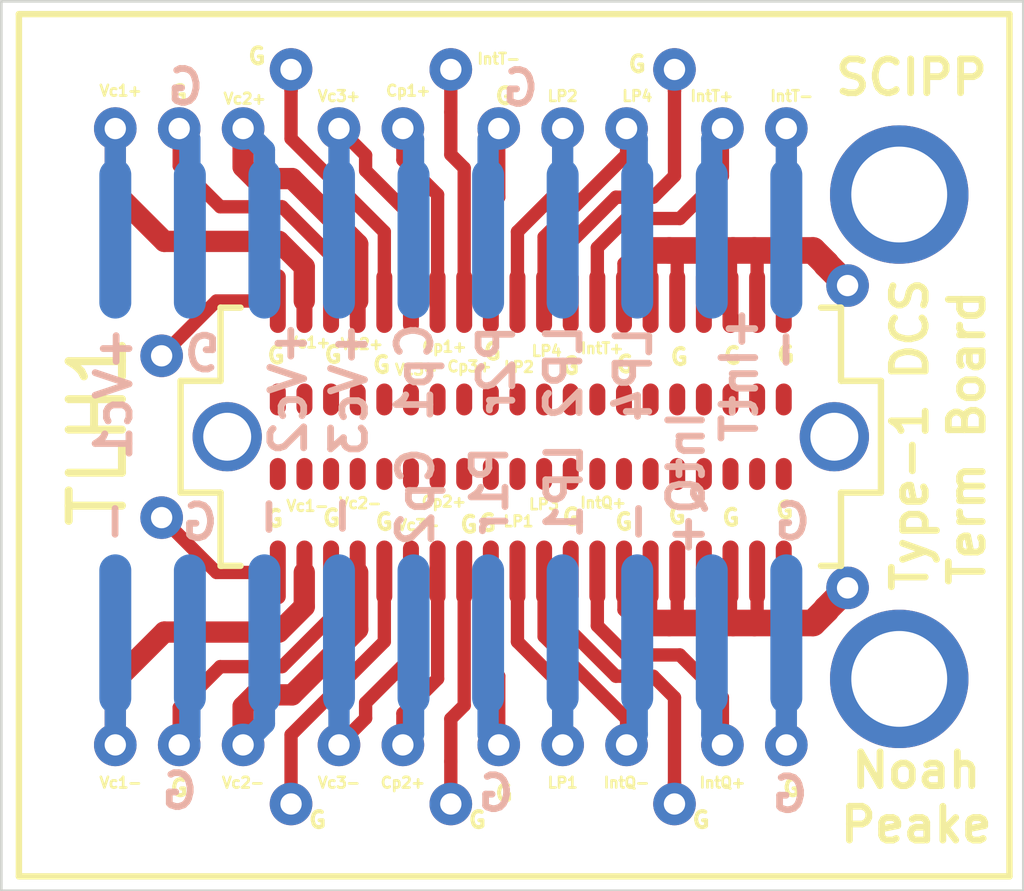
<source format=kicad_pcb>
(kicad_pcb (version 20171130) (host pcbnew "(5.1.2)-2")
  (layers (0 F.Cu signal) (1 In1.Cu signal) (2 In2.Cu signal) (31 B.Cu signal) (34 B.Paste user) (35 F.Paste user) (36 B.SilkS user) (37 F.SilkS user) (38 B.Mask user) (39 F.Mask user) (44 Edge.Cuts user))
  (net 0 "")
  (net 1 Gnd)
  (net 2 Vcan1+)
  (net 3 Vcan1-)
  (net 4 Vcan2+)
  (net 5 Vcan2-)
  (net 6 Vcan3+)
  (net 7 Vcan3-)
  (net 8 Can_pwr1)
  (net 9 Can_pwr2)
  (net 10 Can_pwr3)
  (net 11 LP_mode2)
  (net 12 LP_mode1)
  (net 13 LP_mode4)
  (net 14 LP_mode3)
  (net 15 Interlock_T+)
  (net 16 Interlock_Q+)
  (module SCIPP_Connectors:PEEK_screw (layer F.Cu) (at 39.49 31.53 90)
    (fp_text reference J23)
    (fp_text value PEEK_screw)
    (pad 44 thru_hole circle (at 0 0 90) (size 2.6 2.6) (drill 1.8) (layers *.Cu *.Mask) (net 1 Gnd))
  )
  (module SCIPP_Connectors:PEEK_screw (layer F.Cu) (at 39.49 22.43 90)
    (fp_text reference J22)
    (fp_text value PEEK_screw)
    (pad 43 thru_hole circle (at 0 0 90) (size 2.6 2.6) (drill 1.8) (layers *.Cu *.Mask) (net 1 Gnd))
  )
  (module SCIPP_Connectors:Pad_Array_2 (layer B.Cu) (at 30.17 23.26)
    (fp_text reference P2)
    (fp_text value Pad_Array_2)
    (pad 3 smd oval (at -5.4 0 270) (size 3 0.6) (layers B.Cu B.Paste B.Mask) (net 2 Vcan1+))
    (pad 5 smd oval (at -4 0 270) (size 3 0.6) (layers B.Cu B.Paste B.Mask) (net 1 Gnd))
    (pad 7 smd oval (at -2.6 0 270) (size 3 0.6) (layers B.Cu B.Paste B.Mask) (net 4 Vcan2+))
    (pad 11 smd oval (at -1.2 0 270) (size 3 0.6) (layers B.Cu B.Paste B.Mask) (net 6 Vcan3+))
    (pad 15 smd oval (at 0.2 0 270) (size 3 0.6) (layers B.Cu B.Paste B.Mask) (net 8 Can_pwr1))
    (pad 17 smd oval (at 1.6 0 270) (size 3 0.6) (layers B.Cu B.Paste B.Mask) (net 1 Gnd))
    (pad 19 smd oval (at 3 0 270) (size 3 0.6) (layers B.Cu B.Paste B.Mask) (net 11 LP_mode2))
    (pad 21 smd oval (at 4.4 0 270) (size 3 0.6) (layers B.Cu B.Paste B.Mask) (net 13 LP_mode4))
    (pad 25 smd oval (at 5.8 0 270) (size 3 0.6) (layers B.Cu B.Paste B.Mask) (net 15 Interlock_T+))
    (pad 29 smd oval (at 7.2 0 270) (size 3 0.6) (layers B.Cu B.Paste B.Mask) (net 10 Can_pwr3))
  )
  (module SCIPP_Connectors:Pad_Array_2 (layer B.Cu) (at 30.17 30.69)
    (fp_text reference P1)
    (fp_text value Pad_Array_2)
    (pad 30 smd oval (at 7.2 0 270) (size 3 0.6) (layers B.Cu B.Paste B.Mask) (net 1 Gnd))
    (pad 26 smd oval (at 5.8 0 270) (size 3 0.6) (layers B.Cu B.Paste B.Mask) (net 16 Interlock_Q+))
    (pad 22 smd oval (at 4.4 0 270) (size 3 0.6) (layers B.Cu B.Paste B.Mask) (net 14 LP_mode3))
    (pad 20 smd oval (at 3 0 270) (size 3 0.6) (layers B.Cu B.Paste B.Mask) (net 12 LP_mode1))
    (pad 18 smd oval (at 1.6 0 270) (size 3 0.6) (layers B.Cu B.Paste B.Mask) (net 1 Gnd))
    (pad 16 smd oval (at 0.2 0 270) (size 3 0.6) (layers B.Cu B.Paste B.Mask) (net 9 Can_pwr2))
    (pad 12 smd oval (at -1.2 0 270) (size 3 0.6) (layers B.Cu B.Paste B.Mask) (net 7 Vcan3-))
    (pad 8 smd oval (at -2.6 0 270) (size 3 0.6) (layers B.Cu B.Paste B.Mask) (net 5 Vcan2-))
    (pad 6 smd oval (at -4 0 270) (size 3 0.6) (layers B.Cu B.Paste B.Mask) (net 1 Gnd))
    (pad 4 smd oval (at -5.4 0 270) (size 3 0.6) (layers B.Cu B.Paste B.Mask) (net 3 Vcan1-))
  )
  (module "SCIPP_Connectors:TLH 20 Pin" (layer F.Cu) (at 32.57 26.98)
    (fp_text reference TLH1 (at -8.13 -0.11 90) (layer F.SilkS))
    (fp_text value Conn_02x20_Odd_Even)
    (fp_line (start -5.7985 2.424999) (end -5.8235 2.424999) (layer F.SilkS) (width 0.12))
    (fp_line (start -5.8235 -2.425001) (end -5.4485 -2.425001) (layer F.SilkS) (width 0.12))
    (fp_line (start -5.8235 -1.050001) (end -5.8235 -2.425001) (layer F.SilkS) (width 0.12))
    (fp_line (start -6.5735 -1.050001) (end -5.8235 -1.050001) (layer F.SilkS) (width 0.12))
    (fp_line (start -5.4485 2.424999) (end -5.7985 2.424999) (layer F.SilkS) (width 0.12))
    (fp_line (start -5.8235 2.424999) (end -5.8235 1.049999) (layer F.SilkS) (width 0.12))
    (fp_line (start -6.5735 1.049999) (end -6.5735 -1.050001) (layer F.SilkS) (width 0.12))
    (fp_line (start -5.8235 1.049999) (end -6.5735 1.049999) (layer F.SilkS) (width 0.12))
    (fp_line (start 5.8265 -2.425001) (end 5.8265 -1.050001) (layer F.SilkS) (width 0.12))
    (fp_line (start 5.8015 -2.425001) (end 5.8265 -2.425001) (layer F.SilkS) (width 0.12))
    (fp_line (start 5.4515 -2.425001) (end 5.8015 -2.425001) (layer F.SilkS) (width 0.12))
    (fp_line (start 6.5765 1.049999) (end 5.8265 1.049999) (layer F.SilkS) (width 0.12))
    (fp_line (start 5.8265 -1.050001) (end 6.5765 -1.050001) (layer F.SilkS) (width 0.12))
    (fp_line (start 6.5765 -1.050001) (end 6.5765 1.049999) (layer F.SilkS) (width 0.12))
    (fp_line (start 5.8265 1.049999) (end 5.8265 2.424999) (layer F.SilkS) (width 0.12))
    (fp_line (start 5.8265 2.424999) (end 5.4515 2.424999) (layer F.SilkS) (width 0.12))
    (pad 1 smd oval (at -4.7485 -0.700001) (size 0.3 0.6) (layers F.Cu F.Paste F.Mask) (net 1 Gnd))
    (pad 41 thru_hole circle (at -5.6985 -0.000001) (size 1.3 1.3) (drill 0.9) (layers *.Cu *.Mask))
    (pad 1 smd oval (at -4.7485 -2.550001) (size 0.3 1.2) (layers F.Cu F.Paste F.Mask) (net 1 Gnd))
    (pad 42 thru_hole circle (at 5.7015 -0.000001) (size 1.3 1.3) (drill 0.9) (layers *.Cu *.Mask))
    (pad 2 smd oval (at -4.7485 2.549999) (size 0.3 1.2) (layers F.Cu F.Paste F.Mask) (net 1 Gnd))
    (pad 3 smd oval (at -4.2485 -2.550001) (size 0.3 1.2) (layers F.Cu F.Paste F.Mask) (net 2 Vcan1+))
    (pad 4 smd oval (at -4.2485 2.549999) (size 0.3 1.2) (layers F.Cu F.Paste F.Mask) (net 3 Vcan1-))
    (pad 5 smd oval (at -3.7485 -2.550001) (size 0.3 1.2) (layers F.Cu F.Paste F.Mask) (net 1 Gnd))
    (pad 6 smd oval (at -3.7485 2.549999) (size 0.3 1.2) (layers F.Cu F.Paste F.Mask) (net 1 Gnd))
    (pad 7 smd oval (at -3.2485 -2.550001) (size 0.3 1.2) (layers F.Cu F.Paste F.Mask) (net 4 Vcan2+))
    (pad 8 smd oval (at -3.2485 2.549999) (size 0.3 1.2) (layers F.Cu F.Paste F.Mask) (net 5 Vcan2-))
    (pad 9 smd oval (at -2.7485 -2.550001) (size 0.3 1.2) (layers F.Cu F.Paste F.Mask) (net 1 Gnd))
    (pad 10 smd oval (at -2.7485 2.549999) (size 0.3 1.2) (layers F.Cu F.Paste F.Mask) (net 1 Gnd))
    (pad 11 smd oval (at -2.2485 -2.550001) (size 0.3 1.2) (layers F.Cu F.Paste F.Mask) (net 6 Vcan3+))
    (pad 12 smd oval (at -2.2485 2.549999) (size 0.3 1.2) (layers F.Cu F.Paste F.Mask) (net 7 Vcan3-))
    (pad 13 smd oval (at -1.7485 -2.550001) (size 0.3 1.2) (layers F.Cu F.Paste F.Mask) (net 8 Can_pwr1))
    (pad 14 smd oval (at -1.7485 2.549999) (size 0.3 1.2) (layers F.Cu F.Paste F.Mask) (net 9 Can_pwr2))
    (pad 15 smd oval (at -1.2485 -2.550001) (size 0.3 1.2) (layers F.Cu F.Paste F.Mask) (net 10 Can_pwr3))
    (pad 16 smd oval (at -1.2485 2.549999) (size 0.3 1.2) (layers F.Cu F.Paste F.Mask) (net 1 Gnd))
    (pad 17 smd oval (at -0.7485 -2.550001) (size 0.3 1.2) (layers F.Cu F.Paste F.Mask) (net 1 Gnd))
    (pad 18 smd oval (at -0.7485 2.549999) (size 0.3 1.2) (layers F.Cu F.Paste F.Mask) (net 1 Gnd))
    (pad 19 smd oval (at -0.2485 -2.550001) (size 0.3 1.2) (layers F.Cu F.Paste F.Mask) (net 11 LP_mode2))
    (pad 20 smd oval (at -0.2485 2.549999) (size 0.3 1.2) (layers F.Cu F.Paste F.Mask) (net 12 LP_mode1))
    (pad 21 smd oval (at 0.2515 -2.550001) (size 0.3 1.2) (layers F.Cu F.Paste F.Mask) (net 13 LP_mode4))
    (pad 22 smd oval (at 0.2515 2.549999) (size 0.3 1.2) (layers F.Cu F.Paste F.Mask) (net 14 LP_mode3))
    (pad 23 smd oval (at 0.7515 -2.550001) (size 0.3 1.2) (layers F.Cu F.Paste F.Mask) (net 1 Gnd))
    (pad 24 smd oval (at 0.7515 2.549999) (size 0.3 1.2) (layers F.Cu F.Paste F.Mask) (net 1 Gnd))
    (pad 25 smd oval (at 1.2515 -2.550001) (size 0.3 1.2) (layers F.Cu F.Paste F.Mask) (net 15 Interlock_T+))
    (pad 26 smd oval (at 1.2515 2.549999) (size 0.3 1.2) (layers F.Cu F.Paste F.Mask) (net 16 Interlock_Q+))
    (pad 27 smd oval (at 1.7515 -2.550001) (size 0.3 1.2) (layers F.Cu F.Paste F.Mask) (net 1 Gnd))
    (pad 28 smd oval (at 1.7515 2.549999) (size 0.3 1.2) (layers F.Cu F.Paste F.Mask) (net 1 Gnd))
    (pad 29 smd oval (at 2.2515 -2.550001) (size 0.3 1.2) (layers F.Cu F.Paste F.Mask) (net 1 Gnd))
    (pad 30 smd oval (at 2.2515 2.549999) (size 0.3 1.2) (layers F.Cu F.Paste F.Mask) (net 1 Gnd))
    (pad 31 smd oval (at 2.7515 -2.550001) (size 0.3 1.2) (layers F.Cu F.Paste F.Mask) (net 1 Gnd))
    (pad 32 smd oval (at 2.7515 2.549999) (size 0.3 1.2) (layers F.Cu F.Paste F.Mask) (net 1 Gnd))
    (pad 33 smd oval (at 3.2515 -2.550001) (size 0.3 1.2) (layers F.Cu F.Paste F.Mask) (net 1 Gnd))
    (pad 34 smd oval (at 3.2515 2.549999) (size 0.3 1.2) (layers F.Cu F.Paste F.Mask) (net 1 Gnd))
    (pad 35 smd oval (at 3.7515 -2.550001) (size 0.3 1.2) (layers F.Cu F.Paste F.Mask) (net 1 Gnd))
    (pad 36 smd oval (at 3.7515 2.549999) (size 0.3 1.2) (layers F.Cu F.Paste F.Mask) (net 1 Gnd))
    (pad 37 smd oval (at 4.2515 -2.550001) (size 0.3 1.2) (layers F.Cu F.Paste F.Mask) (net 1 Gnd))
    (pad 38 smd oval (at 4.2515 2.549999) (size 0.3 1.2) (layers F.Cu F.Paste F.Mask) (net 1 Gnd))
    (pad 39 smd oval (at 4.7515 -2.550001) (size 0.3 1.2) (layers F.Cu F.Paste F.Mask) (net 1 Gnd))
    (pad 40 smd oval (at 4.7515 2.549999) (size 0.3 1.2) (layers F.Cu F.Paste F.Mask) (net 1 Gnd))
    (pad 2 smd oval (at -4.7485 0.699999) (size 0.3 0.6) (layers F.Cu F.Paste F.Mask) (net 1 Gnd))
    (pad 3 smd oval (at -4.2485 -0.700001) (size 0.3 0.6) (layers F.Cu F.Paste F.Mask) (net 2 Vcan1+))
    (pad 4 smd oval (at -4.2485 0.699999) (size 0.3 0.6) (layers F.Cu F.Paste F.Mask) (net 3 Vcan1-))
    (pad 5 smd oval (at -3.7485 -0.700001) (size 0.3 0.6) (layers F.Cu F.Paste F.Mask) (net 1 Gnd))
    (pad 6 smd oval (at -3.7485 0.699999) (size 0.3 0.6) (layers F.Cu F.Paste F.Mask) (net 1 Gnd))
    (pad 7 smd oval (at -3.2485 -0.700001) (size 0.3 0.6) (layers F.Cu F.Paste F.Mask) (net 4 Vcan2+))
    (pad 8 smd oval (at -3.2485 0.699999) (size 0.3 0.6) (layers F.Cu F.Paste F.Mask) (net 5 Vcan2-))
    (pad 9 smd oval (at -2.7485 -0.700001) (size 0.3 0.6) (layers F.Cu F.Paste F.Mask) (net 1 Gnd))
    (pad 10 smd oval (at -2.7485 0.699999) (size 0.3 0.6) (layers F.Cu F.Paste F.Mask) (net 1 Gnd))
    (pad 11 smd oval (at -2.2485 -0.700001) (size 0.3 0.6) (layers F.Cu F.Paste F.Mask) (net 6 Vcan3+))
    (pad 12 smd oval (at -2.2485 0.699999) (size 0.3 0.6) (layers F.Cu F.Paste F.Mask) (net 7 Vcan3-))
    (pad 13 smd oval (at -1.7485 -0.700001) (size 0.3 0.6) (layers F.Cu F.Paste F.Mask) (net 8 Can_pwr1))
    (pad 14 smd oval (at -1.7485 0.699999) (size 0.3 0.6) (layers F.Cu F.Paste F.Mask) (net 9 Can_pwr2))
    (pad 15 smd oval (at -1.2485 -0.700001) (size 0.3 0.6) (layers F.Cu F.Paste F.Mask) (net 10 Can_pwr3))
    (pad 16 smd oval (at -1.2485 0.699999) (size 0.3 0.6) (layers F.Cu F.Paste F.Mask) (net 1 Gnd))
    (pad 17 smd oval (at -0.7485 -0.700001) (size 0.3 0.6) (layers F.Cu F.Paste F.Mask) (net 1 Gnd))
    (pad 18 smd oval (at -0.7485 0.699999) (size 0.3 0.6) (layers F.Cu F.Paste F.Mask) (net 1 Gnd))
    (pad 19 smd oval (at -0.2485 -0.700001) (size 0.3 0.6) (layers F.Cu F.Paste F.Mask) (net 11 LP_mode2))
    (pad 20 smd oval (at -0.2485 0.699999) (size 0.3 0.6) (layers F.Cu F.Paste F.Mask) (net 12 LP_mode1))
    (pad 21 smd oval (at 0.2515 -0.700001) (size 0.3 0.6) (layers F.Cu F.Paste F.Mask) (net 13 LP_mode4))
    (pad 22 smd oval (at 0.2515 0.699999) (size 0.3 0.6) (layers F.Cu F.Paste F.Mask) (net 14 LP_mode3))
    (pad 23 smd oval (at 0.7515 -0.700001) (size 0.3 0.6) (layers F.Cu F.Paste F.Mask) (net 1 Gnd))
    (pad 24 smd oval (at 0.7515 0.699999) (size 0.3 0.6) (layers F.Cu F.Paste F.Mask) (net 1 Gnd))
    (pad 25 smd oval (at 1.2515 -0.700001) (size 0.3 0.6) (layers F.Cu F.Paste F.Mask) (net 15 Interlock_T+))
    (pad 26 smd oval (at 1.2515 0.699999) (size 0.3 0.6) (layers F.Cu F.Paste F.Mask) (net 16 Interlock_Q+))
    (pad 27 smd oval (at 1.7515 -0.700001) (size 0.3 0.6) (layers F.Cu F.Paste F.Mask) (net 1 Gnd))
    (pad 28 smd oval (at 1.7515 0.699999) (size 0.3 0.6) (layers F.Cu F.Paste F.Mask) (net 1 Gnd))
    (pad 29 smd oval (at 2.2515 -0.700001) (size 0.3 0.6) (layers F.Cu F.Paste F.Mask) (net 1 Gnd))
    (pad 30 smd oval (at 2.2515 0.699999) (size 0.3 0.6) (layers F.Cu F.Paste F.Mask) (net 1 Gnd))
    (pad 31 smd oval (at 2.7515 -0.700001) (size 0.3 0.6) (layers F.Cu F.Paste F.Mask) (net 1 Gnd))
    (pad 32 smd oval (at 2.7515 0.699999) (size 0.3 0.6) (layers F.Cu F.Paste F.Mask) (net 1 Gnd))
    (pad 33 smd oval (at 3.2515 -0.700001) (size 0.3 0.6) (layers F.Cu F.Paste F.Mask) (net 1 Gnd))
    (pad 34 smd oval (at 3.2515 0.699999) (size 0.3 0.6) (layers F.Cu F.Paste F.Mask) (net 1 Gnd))
    (pad 35 smd oval (at 3.7515 -0.700001) (size 0.3 0.6) (layers F.Cu F.Paste F.Mask) (net 1 Gnd))
    (pad 36 smd oval (at 3.7515 0.699999) (size 0.3 0.6) (layers F.Cu F.Paste F.Mask) (net 1 Gnd))
    (pad 37 smd oval (at 4.2515 -0.700001) (size 0.3 0.6) (layers F.Cu F.Paste F.Mask) (net 1 Gnd))
    (pad 38 smd oval (at 4.2515 0.699999) (size 0.3 0.6) (layers F.Cu F.Paste F.Mask) (net 1 Gnd))
    (pad 39 smd oval (at 4.7515 -0.700001) (size 0.3 0.6) (layers F.Cu F.Paste F.Mask) (net 1 Gnd))
    (pad 40 smd oval (at 4.7515 0.699999) (size 0.3 0.6) (layers F.Cu F.Paste F.Mask) (net 1 Gnd))
  )
  (gr_line (start 41.82 35.51) (end 41.82 18.8) (layer Edge.Cuts) (width 0.05))
  (gr_line (start 22.63 35.51) (end 41.82 35.51) (layer Edge.Cuts) (width 0.05))
  (gr_line (start 41.82 18.8) (end 22.63 18.8) (layer Edge.Cuts) (width 0.05))
  (gr_line (start 22.63 35.51) (end 22.63 18.8) (layer Edge.Cuts) (width 0.05))
  (gr_text "Noah\nPeake" (at 39.81 33.76) (layer F.SilkS) (effects (font (size 0.635 0.635) (thickness 0.127))))
  (gr_text "Type-1 DCS" (at 39.69 26.94 90) (layer F.SilkS) (effects (font (size 0.635 0.635) (thickness 0.127))))
  (gr_text SCIPP (at 39.72 20.23) (layer F.SilkS) (effects (font (size 0.635 0.635) (thickness 0.127))))
  (gr_text "Term Board" (at 40.76 27 90) (layer F.SilkS) (effects (font (size 0.635 0.635) (thickness 0.127))))
  (gr_text G (at 37.49 28.58) (layer B.SilkS) (effects (font (size 0.635 0.635) (thickness 0.127)) (justify mirror)))
  (gr_text G (at 26.09 20.41) (layer B.SilkS) (effects (font (size 0.635 0.635) (thickness 0.127)) (justify mirror)))
  (gr_text G (at 32.38 20.43) (layer B.SilkS) (effects (font (size 0.635 0.635) (thickness 0.127)) (justify mirror)))
  (gr_text G (at 37.44 33.7) (layer B.SilkS) (effects (font (size 0.635 0.635) (thickness 0.127)) (justify mirror)))
  (gr_text G (at 31.92 33.68) (layer B.SilkS) (effects (font (size 0.635 0.635) (thickness 0.127)) (justify mirror)))
  (gr_text G (at 25.98 33.64) (layer B.SilkS) (effects (font (size 0.635 0.635) (thickness 0.127)) (justify mirror)))
  (gr_text LP4 (at 34.5 25.81 90) (layer B.SilkS) (effects (font (size 0.635 0.635) (thickness 0.127)) (justify mirror)))
  (gr_text +Vc3 (at 29.16 26.09 90) (layer B.SilkS) (effects (font (size 0.635 0.635) (thickness 0.127)) (justify mirror)))
  (gr_text - (at 24.72 28.57 90) (layer B.SilkS) (effects (font (size 0.635 0.635) (thickness 0.127)) (justify mirror)))
  (gr_text LP2 (at 33.19 25.77 90) (layer B.SilkS) (effects (font (size 0.635 0.635) (thickness 0.127)) (justify mirror)))
  (gr_text P2r (at 31.93 25.72 90) (layer B.SilkS) (effects (font (size 0.635 0.635) (thickness 0.127)) (justify mirror)))
  (gr_text +Vc1 (at 24.74 26.17 90) (layer B.SilkS) (effects (font (size 0.635 0.635) (thickness 0.127)) (justify mirror)))
  (gr_text G (at 26.4 25.36 180) (layer B.SilkS) (effects (font (size 0.635 0.635) (thickness 0.127)) (justify mirror)))
  (gr_text IntQ+ (at 35.49 27.86 90) (layer B.SilkS) (effects (font (size 0.635 0.635) (thickness 0.127)) (justify mirror)))
  (gr_text +IntT (at 36.49 25.81 90) (layer B.SilkS) (effects (font (size 0.635 0.635) (thickness 0.127)) (justify mirror)))
  (gr_text - (at 27.61 28.48 90) (layer B.SilkS) (effects (font (size 0.635 0.635) (thickness 0.127)) (justify mirror)))
  (gr_text G (at 26.36 28.59) (layer B.SilkS) (effects (font (size 0.635 0.635) (thickness 0.127)) (justify mirror)))
  (gr_text Cp2 (at 30.41 28.11 90) (layer B.SilkS) (effects (font (size 0.635 0.635) (thickness 0.127)) (justify mirror)))
  (gr_text +Vc2 (at 28.02 26.07 90) (layer B.SilkS) (effects (font (size 0.635 0.635) (thickness 0.127)) (justify mirror)))
  (gr_text LP1 (at 33.2 28 90) (layer B.SilkS) (effects (font (size 0.635 0.635) (thickness 0.127)) (justify mirror)))
  (gr_text - (at 37.32 25.34 90) (layer B.SilkS) (effects (font (size 0.635 0.635) (thickness 0.127)) (justify mirror)))
  (gr_text Cp1 (at 30.39 25.77 90) (layer B.SilkS) (effects (font (size 0.635 0.635) (thickness 0.127)) (justify mirror)))
  (gr_text P1r (at 31.8 27.99 90) (layer B.SilkS) (effects (font (size 0.635 0.635) (thickness 0.127)) (justify mirror)))
  (gr_text - (at 28.99 28.46 90) (layer B.SilkS) (effects (font (size 0.635 0.635) (thickness 0.127)) (justify mirror)))
  (gr_text - (at 34.55 28.57 90) (layer B.SilkS) (effects (font (size 0.635 0.635) (thickness 0.127)) (justify mirror)))
  (gr_line (start 22.96 19.04) (end 41.56 19.04) (layer F.SilkS) (width 0.12))
  (gr_line (start 22.96 35.24) (end 22.96 19.04) (layer F.SilkS) (width 0.12))
  (gr_line (start 41.56 19.04) (end 41.56 35.24) (layer F.SilkS) (width 0.12))
  (gr_line (start 22.96 35.24) (end 41.56 35.24) (layer F.SilkS) (width 0.12))
  (gr_text IntT- (at 31.97 19.88) (layer F.SilkS) (effects (font (size 0.2 0.2) (thickness 0.05))))
  (gr_text G (at 37.47 33.58) (layer F.SilkS) (effects (font (size 0.3 0.3) (thickness 0.075))))
  (gr_text IntQ- (at 34.37 33.48) (layer F.SilkS) (effects (font (size 0.2 0.2) (thickness 0.05))))
  (gr_text G (at 25.97 33.58) (layer F.SilkS) (effects (font (size 0.3 0.3) (thickness 0.075))))
  (gr_text Cp2+ (at 30.17 33.48) (layer F.SilkS) (effects (font (size 0.2 0.2) (thickness 0.05))))
  (gr_text Vc1- (at 24.87 33.48) (layer F.SilkS) (effects (font (size 0.2 0.2) (thickness 0.05))))
  (gr_text LP1 (at 33.17 33.48) (layer F.SilkS) (effects (font (size 0.2 0.2) (thickness 0.05))))
  (gr_text Vc2- (at 27.17 33.48) (layer F.SilkS) (effects (font (size 0.2 0.2) (thickness 0.05))))
  (gr_text IntQ+ (at 36.17 33.48) (layer F.SilkS) (effects (font (size 0.2 0.2) (thickness 0.05))))
  (gr_text G (at 31.57 34.18) (layer F.SilkS) (effects (font (size 0.3 0.3) (thickness 0.075))))
  (gr_text G (at 32.07 33.68) (layer F.SilkS) (effects (font (size 0.3 0.3) (thickness 0.075))))
  (gr_text G (at 28.57 34.18) (layer F.SilkS) (effects (font (size 0.3 0.3) (thickness 0.075))))
  (gr_text G (at 35.77 34.18) (layer F.SilkS) (effects (font (size 0.3 0.3) (thickness 0.075))))
  (gr_text Vc3- (at 28.97 33.48) (layer F.SilkS) (effects (font (size 0.2 0.2) (thickness 0.05))))
  (gr_text IntQ+ (at 33.93 28.22) (layer F.SilkS) (effects (font (size 0.2 0.2) (thickness 0.05))))
  (gr_text Vc3- (at 30.46 28.64) (layer F.SilkS) (effects (font (size 0.2 0.2) (thickness 0.05))))
  (gr_text LP3 (at 32.82 28.25) (layer F.SilkS) (effects (font (size 0.2 0.2) (thickness 0.05))))
  (gr_text G (at 34.32 28.58) (layer F.SilkS) (effects (font (size 0.3 0.3) (thickness 0.075))))
  (gr_text Vc1- (at 28.38 28.28) (layer F.SilkS) (effects (font (size 0.2 0.2) (thickness 0.05))))
  (gr_text G (at 27.76 28.52) (layer F.SilkS) (effects (font (size 0.3 0.3) (thickness 0.075))))
  (gr_text Vc2- (at 29.37 28.23) (layer F.SilkS) (effects (font (size 0.2 0.2) (thickness 0.05))))
  (gr_text G (at 28.83 28.51) (layer F.SilkS) (effects (font (size 0.3 0.3) (thickness 0.075))))
  (gr_text G (at 31.41 28.63) (layer F.SilkS) (effects (font (size 0.3 0.3) (thickness 0.075))))
  (gr_text LP1 (at 32.34 28.57) (layer F.SilkS) (effects (font (size 0.2 0.2) (thickness 0.05))))
  (gr_text G (at 37.34 28.36) (layer F.SilkS) (effects (font (size 0.3 0.3) (thickness 0.075))))
  (gr_text G (at 33.33 28.49) (layer F.SilkS) (effects (font (size 0.3 0.3) (thickness 0.075))))
  (gr_text G (at 35.32 28.46) (layer F.SilkS) (effects (font (size 0.3 0.3) (thickness 0.075))))
  (gr_text G (at 36.33 28.5) (layer F.SilkS) (effects (font (size 0.3 0.3) (thickness 0.075))))
  (gr_text G (at 31.76 28.6) (layer F.SilkS) (effects (font (size 0.3 0.3) (thickness 0.075))))
  (gr_text G (at 29.82 28.58) (layer F.SilkS) (effects (font (size 0.3 0.3) (thickness 0.075))))
  (gr_text Cp2+ (at 30.94 28.2) (layer F.SilkS) (effects (font (size 0.2 0.2) (thickness 0.05))))
  (gr_text G (at 28.86 25.44) (layer F.SilkS) (effects (font (size 0.3 0.3) (thickness 0.075))))
  (gr_text Cp1+ (at 30.27 20.48) (layer F.SilkS) (effects (font (size 0.2 0.2) (thickness 0.05))))
  (gr_text G (at 29.77 25.63) (layer F.SilkS) (effects (font (size 0.3 0.3) (thickness 0.075))))
  (gr_text G (at 37.36 25.44) (layer F.SilkS) (effects (font (size 0.3 0.3) (thickness 0.075))))
  (gr_text G (at 31.85 25.38) (layer F.SilkS) (effects (font (size 0.3 0.3) (thickness 0.075))))
  (gr_text LP2 (at 33.17 20.58) (layer F.SilkS) (effects (font (size 0.2 0.2) (thickness 0.05))))
  (gr_text IntT- (at 37.47 20.58) (layer F.SilkS) (effects (font (size 0.2 0.2) (thickness 0.05))))
  (gr_text Cp1+ (at 30.95 25.29) (layer F.SilkS) (effects (font (size 0.2 0.2) (thickness 0.05))))
  (gr_text G (at 27.79 25.45) (layer F.SilkS) (effects (font (size 0.3 0.3) (thickness 0.075))))
  (gr_text IntT+ (at 35.97 20.58) (layer F.SilkS) (effects (font (size 0.2 0.2) (thickness 0.05))))
  (gr_text G (at 34.34 25.62) (layer F.SilkS) (effects (font (size 0.3 0.3) (thickness 0.075))))
  (gr_text Vc1+ (at 24.87 20.48) (layer F.SilkS) (effects (font (size 0.2 0.2) (thickness 0.05))))
  (gr_text LP2 (at 32.35 25.67) (layer F.SilkS) (effects (font (size 0.2 0.2) (thickness 0.05))))
  (gr_text LP4 (at 32.87 25.37) (layer F.SilkS) (effects (font (size 0.2 0.2) (thickness 0.05))))
  (gr_text Vc2+ (at 29.4 25.24) (layer F.SilkS) (effects (font (size 0.2 0.2) (thickness 0.05))))
  (gr_text G (at 25.96 20.54) (layer F.SilkS) (effects (font (size 0.3 0.3) (thickness 0.075))))
  (gr_text G (at 27.43 19.83) (layer F.SilkS) (effects (font (size 0.3 0.3) (thickness 0.075))))
  (gr_text G (at 33.32 25.65) (layer F.SilkS) (effects (font (size 0.3 0.3) (thickness 0.075))))
  (gr_text G (at 36.36 25.46) (layer F.SilkS) (effects (font (size 0.3 0.3) (thickness 0.075))))
  (gr_text Cp3+ (at 31.42 25.66) (layer F.SilkS) (effects (font (size 0.2 0.2) (thickness 0.05))))
  (gr_text Vc1+ (at 28.41 25.21) (layer F.SilkS) (effects (font (size 0.2 0.2) (thickness 0.05))))
  (gr_text Vc3+ (at 28.97 20.58) (layer F.SilkS) (effects (font (size 0.2 0.2) (thickness 0.05))))
  (gr_text G (at 32.07 20.58) (layer F.SilkS) (effects (font (size 0.3 0.3) (thickness 0.075))))
  (gr_text IntT+ (at 33.91 25.32) (layer F.SilkS) (effects (font (size 0.2 0.2) (thickness 0.05))))
  (gr_text G (at 35.36 25.48) (layer F.SilkS) (effects (font (size 0.3 0.3) (thickness 0.075))))
  (gr_text LP4 (at 34.57 20.58) (layer F.SilkS) (effects (font (size 0.2 0.2) (thickness 0.05))))
  (gr_text Vc3+ (at 30.42 25.72) (layer F.SilkS) (effects (font (size 0.2 0.2) (thickness 0.05))))
  (gr_text G (at 34.57 19.98) (layer F.SilkS) (effects (font (size 0.3 0.3) (thickness 0.075))))
  (gr_text Vc2+ (at 27.2 20.63) (layer F.SilkS) (effects (font (size 0.2 0.2) (thickness 0.05))))
  (segment (start 31.77 21.39) (end 31.97 21.19) (width 0.4) (layer B.Cu) (net 1))
  (segment (start 26.17 21.39) (end 25.97 21.19) (width 0.4) (layer B.Cu) (net 1))
  (segment (start 31.77 23.26) (end 31.77 21.39) (width 0.4) (layer B.Cu) (net 1))
  (segment (start 26.17 23.26) (end 26.17 21.39) (width 0.4) (layer B.Cu) (net 1))
  (segment (start 28.8215 24.429999) (end 28.8215 23.579999) (width 0.25) (layer F.Cu) (net 1))
  (segment (start 31.97 22.48) (end 31.97 21.19) (width 0.25) (layer F.Cu) (net 1))
  (segment (start 28.8215 23.579999) (end 27.901501 22.66) (width 0.25) (layer F.Cu) (net 1))
  (segment (start 31.8215 22.6285) (end 31.97 22.48) (width 0.25) (layer F.Cu) (net 1))
  (segment (start 26.74 22.66) (end 25.97 21.89) (width 0.25) (layer F.Cu) (net 1))
  (segment (start 27.901501 22.66) (end 26.74 22.66) (width 0.25) (layer F.Cu) (net 1))
  (segment (start 31.8215 24.429999) (end 31.8215 22.6285) (width 0.25) (layer F.Cu) (net 1))
  (segment (start 25.97 21.89) (end 25.97 21.19) (width 0.25) (layer F.Cu) (net 1))
  (via (at 25.97 21.19) (size 0.8) (drill 0.4) (layers F.Cu B.Cu) (net 1))
  (via (at 31.97 21.19) (size 0.8) (drill 0.4) (layers F.Cu B.Cu) (net 1))
  (via (at 25.97 32.77) (size 0.8) (drill 0.4) (layers F.Cu B.Cu) (net 1))
  (via (at 31.97 32.77) (size 0.8) (drill 0.4) (layers F.Cu B.Cu) (net 1))
  (segment (start 31.97 31.48) (end 31.97 32.77) (width 0.25) (layer F.Cu) (net 1))
  (segment (start 28.8215 29.530001) (end 28.8215 30.380001) (width 0.25) (layer F.Cu) (net 1))
  (segment (start 31.8215 29.530001) (end 31.8215 31.3315) (width 0.25) (layer F.Cu) (net 1))
  (segment (start 31.8215 31.3315) (end 31.97 31.48) (width 0.25) (layer F.Cu) (net 1))
  (segment (start 28.8215 30.380001) (end 27.901501 31.3) (width 0.25) (layer F.Cu) (net 1))
  (segment (start 27.901501 31.3) (end 26.74 31.3) (width 0.25) (layer F.Cu) (net 1))
  (segment (start 26.74 31.3) (end 25.97 32.07) (width 0.25) (layer F.Cu) (net 1))
  (segment (start 25.97 32.07) (end 25.97 32.77) (width 0.25) (layer F.Cu) (net 1))
  (segment (start 26.17 32.57) (end 25.97 32.77) (width 0.4) (layer B.Cu) (net 1))
  (segment (start 26.17 30.69) (end 26.17 32.57) (width 0.4) (layer B.Cu) (net 1))
  (segment (start 31.77 32.57) (end 31.97 32.77) (width 0.4) (layer B.Cu) (net 1))
  (segment (start 31.77 30.69) (end 31.77 32.57) (width 0.4) (layer B.Cu) (net 1))
  (segment (start 35.221501 23.48) (end 35.17 23.48) (width 0.25) (layer F.Cu) (net 1))
  (segment (start 29.8215 23.1315) (end 28.07 21.38) (width 0.25) (layer F.Cu) (net 1))
  (segment (start 27.8185 24.430001) (end 26.669999 24.430001) (width 0.25) (layer F.Cu) (net 1))
  (segment (start 35.3215 23.579999) (end 35.221501 23.48) (width 0.25) (layer F.Cu) (net 1))
  (segment (start 36.8215 24.429999) (end 36.8215 23.5315) (width 0.25) (layer F.Cu) (net 1))
  (segment (start 35.17 23.48) (end 34.57 23.48) (width 0.5) (layer F.Cu) (net 1))
  (segment (start 34.3215 23.7285) (end 34.57 23.48) (width 0.25) (layer F.Cu) (net 1))
  (segment (start 36.8215 23.5315) (end 36.77 23.48) (width 0.25) (layer F.Cu) (net 1))
  (segment (start 35.8215 24.429999) (end 35.8215 23.579999) (width 0.25) (layer F.Cu) (net 1))
  (segment (start 35.3215 24.429999) (end 35.3215 23.579999) (width 0.25) (layer F.Cu) (net 1))
  (segment (start 29.8215 24.429999) (end 29.8215 23.1315) (width 0.25) (layer F.Cu) (net 1))
  (segment (start 36.07 23.48) (end 35.17 23.48) (width 0.5) (layer F.Cu) (net 1))
  (segment (start 35.8215 23.579999) (end 35.921499 23.48) (width 0.25) (layer F.Cu) (net 1))
  (segment (start 34.921499 23.48) (end 35.17 23.48) (width 0.25) (layer F.Cu) (net 1))
  (segment (start 34.3215 24.429999) (end 34.3215 23.7285) (width 0.25) (layer F.Cu) (net 1))
  (segment (start 34.8215 24.429999) (end 34.8215 23.579999) (width 0.25) (layer F.Cu) (net 1))
  (segment (start 35.921499 23.48) (end 36.07 23.48) (width 0.25) (layer F.Cu) (net 1))
  (segment (start 34.8215 23.579999) (end 34.921499 23.48) (width 0.25) (layer F.Cu) (net 1))
  (segment (start 36.77 23.48) (end 36.37 23.48) (width 0.5) (layer F.Cu) (net 1))
  (segment (start 38.52 24.14) (end 38.120001 23.740001) (width 0.5) (layer F.Cu) (net 1))
  (segment (start 38.120001 23.730001) (end 37.87 23.48) (width 0.5) (layer F.Cu) (net 1))
  (segment (start 38.120001 23.740001) (end 38.120001 23.730001) (width 0.5) (layer F.Cu) (net 1))
  (segment (start 37.37 23.48) (end 36.77 23.48) (width 0.5) (layer F.Cu) (net 1))
  (segment (start 37.87 23.48) (end 37.37 23.48) (width 0.5) (layer F.Cu) (net 1))
  (segment (start 36.37 23.531499) (end 36.37 23.48) (width 0.25) (layer F.Cu) (net 1))
  (segment (start 33.3215 24.429999) (end 33.3215 23.3285) (width 0.25) (layer F.Cu) (net 1))
  (segment (start 33.3215 23.3285) (end 34.17 22.48) (width 0.25) (layer F.Cu) (net 1))
  (segment (start 34.17 22.48) (end 34.87 22.48) (width 0.25) (layer F.Cu) (net 1))
  (segment (start 26.669999 24.430001) (end 25.64 25.46) (width 0.25) (layer F.Cu) (net 1))
  (segment (start 34.87 22.48) (end 35.27 22.08) (width 0.25) (layer F.Cu) (net 1))
  (segment (start 36.3215 24.429999) (end 36.3215 23.579999) (width 0.25) (layer F.Cu) (net 1))
  (segment (start 37.3215 24.429999) (end 37.3215 23.579999) (width 0.25) (layer F.Cu) (net 1))
  (segment (start 36.3215 23.579999) (end 36.37 23.531499) (width 0.25) (layer F.Cu) (net 1))
  (segment (start 37.3215 23.579999) (end 37.37 23.531499) (width 0.25) (layer F.Cu) (net 1))
  (segment (start 37.37 23.531499) (end 37.37 23.48) (width 0.25) (layer F.Cu) (net 1))
  (segment (start 36.37 23.48) (end 36.07 23.48) (width 0.5) (layer F.Cu) (net 1))
  (via (at 28.07 20.08) (size 0.8) (drill 0.4) (layers F.Cu B.Cu) (net 1))
  (via (at 38.52 24.14) (size 0.8) (drill 0.4) (layers F.Cu B.Cu) (net 1))
  (via (at 35.27 20.08) (size 0.8) (drill 0.4) (layers F.Cu B.Cu) (net 1))
  (via (at 25.64 25.46) (size 0.8) (drill 0.4) (layers F.Cu B.Cu) (net 1))
  (segment (start 28.07 20.48) (end 28.07 20.08) (width 0.25) (layer F.Cu) (net 1))
  (segment (start 28.07 20.48) (end 28.07 20.28) (width 0.25) (layer F.Cu) (net 1))
  (segment (start 28.07 21.38) (end 28.07 20.48) (width 0.25) (layer F.Cu) (net 1))
  (segment (start 35.27 20.48) (end 35.27 20.08) (width 0.25) (layer F.Cu) (net 1))
  (segment (start 35.27 20.48) (end 35.27 20.28) (width 0.25) (layer F.Cu) (net 1))
  (segment (start 35.27 22.08) (end 35.27 20.48) (width 0.25) (layer F.Cu) (net 1))
  (segment (start 35.27 33.48) (end 35.27 33.88) (width 0.25) (layer F.Cu) (net 1))
  (segment (start 35.27 31.88) (end 35.27 33.48) (width 0.25) (layer F.Cu) (net 1))
  (segment (start 35.27 33.48) (end 35.27 33.68) (width 0.25) (layer F.Cu) (net 1))
  (via (at 35.27 33.88) (size 0.8) (drill 0.4) (layers F.Cu B.Cu) (net 1))
  (via (at 28.07 33.88) (size 0.8) (drill 0.4) (layers F.Cu B.Cu) (net 1))
  (via (at 38.52 29.82) (size 0.8) (drill 0.4) (layers F.Cu B.Cu) (net 1))
  (via (at 25.64 28.5) (size 0.8) (drill 0.4) (layers F.Cu B.Cu) (net 1))
  (segment (start 35.221501 30.48) (end 35.17 30.48) (width 0.25) (layer F.Cu) (net 1))
  (segment (start 36.8215 30.4285) (end 36.77 30.48) (width 0.25) (layer F.Cu) (net 1))
  (segment (start 29.8215 29.530001) (end 29.8215 30.8285) (width 0.25) (layer F.Cu) (net 1))
  (segment (start 29.8215 30.8285) (end 28.07 32.58) (width 0.25) (layer F.Cu) (net 1))
  (segment (start 27.8185 29.529999) (end 26.669999 29.529999) (width 0.25) (layer F.Cu) (net 1))
  (segment (start 36.8215 29.530001) (end 36.8215 30.4285) (width 0.25) (layer F.Cu) (net 1))
  (segment (start 35.3215 30.380001) (end 35.221501 30.48) (width 0.25) (layer F.Cu) (net 1))
  (segment (start 35.3215 29.530001) (end 35.3215 30.380001) (width 0.25) (layer F.Cu) (net 1))
  (segment (start 35.8215 30.380001) (end 35.921499 30.48) (width 0.25) (layer F.Cu) (net 1))
  (segment (start 35.8215 29.530001) (end 35.8215 30.380001) (width 0.25) (layer F.Cu) (net 1))
  (segment (start 34.3215 30.2315) (end 34.57 30.48) (width 0.25) (layer F.Cu) (net 1))
  (segment (start 36.07 30.48) (end 35.17 30.48) (width 0.5) (layer F.Cu) (net 1))
  (segment (start 35.17 30.48) (end 34.57 30.48) (width 0.5) (layer F.Cu) (net 1))
  (segment (start 38.52 29.82) (end 38.120001 30.219999) (width 0.5) (layer F.Cu) (net 1))
  (segment (start 34.3215 29.530001) (end 34.3215 30.2315) (width 0.25) (layer F.Cu) (net 1))
  (segment (start 34.921499 30.48) (end 35.17 30.48) (width 0.25) (layer F.Cu) (net 1))
  (segment (start 35.921499 30.48) (end 36.07 30.48) (width 0.25) (layer F.Cu) (net 1))
  (segment (start 34.8215 29.530001) (end 34.8215 30.380001) (width 0.25) (layer F.Cu) (net 1))
  (segment (start 34.8215 30.380001) (end 34.921499 30.48) (width 0.25) (layer F.Cu) (net 1))
  (segment (start 36.77 30.48) (end 36.37 30.48) (width 0.5) (layer F.Cu) (net 1))
  (segment (start 26.669999 29.529999) (end 25.64 28.5) (width 0.25) (layer F.Cu) (net 1))
  (segment (start 36.3215 29.530001) (end 36.3215 30.380001) (width 0.25) (layer F.Cu) (net 1))
  (segment (start 37.3215 30.380001) (end 37.37 30.428501) (width 0.25) (layer F.Cu) (net 1))
  (segment (start 36.37 30.428501) (end 36.37 30.48) (width 0.25) (layer F.Cu) (net 1))
  (segment (start 37.37 30.428501) (end 37.37 30.48) (width 0.25) (layer F.Cu) (net 1))
  (segment (start 38.120001 30.229999) (end 37.87 30.48) (width 0.5) (layer F.Cu) (net 1))
  (segment (start 34.17 31.48) (end 34.87 31.48) (width 0.25) (layer F.Cu) (net 1))
  (segment (start 34.87 31.48) (end 35.27 31.88) (width 0.25) (layer F.Cu) (net 1))
  (segment (start 37.3215 29.530001) (end 37.3215 30.380001) (width 0.25) (layer F.Cu) (net 1))
  (segment (start 38.120001 30.219999) (end 38.120001 30.229999) (width 0.5) (layer F.Cu) (net 1))
  (segment (start 37.37 30.48) (end 36.77 30.48) (width 0.5) (layer F.Cu) (net 1))
  (segment (start 36.3215 30.380001) (end 36.37 30.428501) (width 0.25) (layer F.Cu) (net 1))
  (segment (start 37.87 30.48) (end 37.37 30.48) (width 0.5) (layer F.Cu) (net 1))
  (segment (start 33.3215 29.530001) (end 33.3215 30.6315) (width 0.25) (layer F.Cu) (net 1))
  (segment (start 33.3215 30.6315) (end 34.17 31.48) (width 0.25) (layer F.Cu) (net 1))
  (segment (start 36.37 30.48) (end 36.07 30.48) (width 0.5) (layer F.Cu) (net 1))
  (segment (start 31.07 33.08) (end 31.07 33.88) (width 0.25) (layer F.Cu) (net 1))
  (via (at 37.37 32.77) (size 0.8) (drill 0.4) (layers F.Cu B.Cu) (net 1))
  (segment (start 31.3215 32.0285) (end 31.07 32.28) (width 0.25) (layer F.Cu) (net 1))
  (segment (start 31.3215 29.530001) (end 31.3215 32.0285) (width 0.25) (layer F.Cu) (net 1))
  (segment (start 31.07 32.28) (end 31.07 33.08) (width 0.25) (layer F.Cu) (net 1))
  (via (at 31.07 33.88) (size 0.8) (drill 0.4) (layers F.Cu B.Cu) (net 1))
  (segment (start 28.07 32.58) (end 28.07 33.88) (width 0.25) (layer F.Cu) (net 1))
  (segment (start 37.37 30.69) (end 37.37 32.77) (width 0.4) (layer B.Cu) (net 1))
  (segment (start 37.37 30.48) (end 37.37 32.77) (width 0.25) (layer F.Cu) (net 1))
  (segment (start 27.84 23.31) (end 25.69 23.31) (width 0.4) (layer F.Cu) (net 2))
  (segment (start 28.3185 24.430001) (end 28.3185 23.7885) (width 0.4) (layer F.Cu) (net 2))
  (segment (start 24.77 21.19) (end 24.77 23.26) (width 0.4) (layer B.Cu) (net 2))
  (segment (start 24.77 22.39) (end 24.77 21.19) (width 0.4) (layer F.Cu) (net 2))
  (segment (start 28.3185 23.7885) (end 27.84 23.31) (width 0.4) (layer F.Cu) (net 2))
  (segment (start 25.69 23.31) (end 24.77 22.39) (width 0.4) (layer F.Cu) (net 2))
  (via (at 24.77 21.19) (size 0.8) (drill 0.4) (layers F.Cu B.Cu) (net 2))
  (segment (start 24.77 32.76) (end 24.77 30.69) (width 0.4) (layer B.Cu) (net 3))
  (via (at 24.77 32.77) (size 0.8) (drill 0.4) (layers F.Cu B.Cu) (net 3))
  (segment (start 28.3185 29.529999) (end 28.3185 30.1715) (width 0.4) (layer F.Cu) (net 3))
  (segment (start 27.84 30.65) (end 25.69 30.65) (width 0.4) (layer F.Cu) (net 3))
  (segment (start 24.77 31.57) (end 24.77 32.77) (width 0.4) (layer F.Cu) (net 3))
  (segment (start 25.69 30.65) (end 24.77 31.57) (width 0.4) (layer F.Cu) (net 3))
  (segment (start 28.3185 30.1715) (end 27.84 30.65) (width 0.4) (layer F.Cu) (net 3))
  (segment (start 27.57 21.59) (end 27.17 21.19) (width 0.4) (layer B.Cu) (net 4))
  (segment (start 27.57 23.26) (end 27.57 21.59) (width 0.4) (layer B.Cu) (net 4))
  (segment (start 27.17 21.91) (end 27.17 21.19) (width 0.4) (layer F.Cu) (net 4))
  (segment (start 28.09 22.13) (end 27.39 22.13) (width 0.4) (layer F.Cu) (net 4))
  (segment (start 27.39 22.13) (end 27.17 21.91) (width 0.4) (layer F.Cu) (net 4))
  (segment (start 29.3215 24.429999) (end 29.3215 23.3615) (width 0.4) (layer F.Cu) (net 4))
  (segment (start 29.3215 23.3615) (end 28.09 22.13) (width 0.4) (layer F.Cu) (net 4))
  (via (at 27.17 21.19) (size 0.8) (drill 0.4) (layers F.Cu B.Cu) (net 4))
  (via (at 27.17 32.77) (size 0.8) (drill 0.4) (layers F.Cu B.Cu) (net 5))
  (segment (start 29.3215 29.530001) (end 29.3215 30.5985) (width 0.4) (layer F.Cu) (net 5))
  (segment (start 28.09 31.83) (end 27.39 31.83) (width 0.4) (layer F.Cu) (net 5))
  (segment (start 27.39 31.83) (end 27.17 32.05) (width 0.4) (layer F.Cu) (net 5))
  (segment (start 27.17 32.05) (end 27.17 32.77) (width 0.4) (layer F.Cu) (net 5))
  (segment (start 29.3215 30.5985) (end 28.09 31.83) (width 0.4) (layer F.Cu) (net 5))
  (segment (start 27.57 32.37) (end 27.17 32.77) (width 0.4) (layer B.Cu) (net 5))
  (segment (start 27.57 30.69) (end 27.57 32.37) (width 0.4) (layer B.Cu) (net 5))
  (segment (start 28.97 21.19) (end 28.97 23.26) (width 0.4) (layer B.Cu) (net 6))
  (segment (start 29.47 21.69) (end 28.97 21.19) (width 0.25) (layer F.Cu) (net 6))
  (segment (start 30.3215 22.8315) (end 29.47 21.98) (width 0.25) (layer F.Cu) (net 6))
  (segment (start 30.3215 24.429999) (end 30.3215 22.8315) (width 0.25) (layer F.Cu) (net 6))
  (segment (start 29.47 21.98) (end 29.47 21.69) (width 0.25) (layer F.Cu) (net 6))
  (via (at 28.97 21.19) (size 0.8) (drill 0.4) (layers F.Cu B.Cu) (net 6))
  (segment (start 28.97 32.76) (end 28.97 30.69) (width 0.4) (layer B.Cu) (net 7))
  (via (at 28.97 32.77) (size 0.8) (drill 0.4) (layers F.Cu B.Cu) (net 7))
  (segment (start 29.47 32.27) (end 28.97 32.77) (width 0.25) (layer F.Cu) (net 7))
  (segment (start 30.3215 31.1285) (end 29.47 31.98) (width 0.25) (layer F.Cu) (net 7))
  (segment (start 29.47 31.98) (end 29.47 32.27) (width 0.25) (layer F.Cu) (net 7))
  (segment (start 30.3215 29.530001) (end 30.3215 31.1285) (width 0.25) (layer F.Cu) (net 7))
  (segment (start 30.8215 22.4315) (end 30.17 21.78) (width 0.25) (layer F.Cu) (net 8))
  (segment (start 30.37 23.26) (end 30.37 21.39) (width 0.4) (layer B.Cu) (net 8))
  (segment (start 30.37 21.39) (end 30.17 21.19) (width 0.4) (layer B.Cu) (net 8))
  (segment (start 30.8215 24.429999) (end 30.8215 22.4315) (width 0.25) (layer F.Cu) (net 8))
  (segment (start 30.17 21.78) (end 30.17 21.19) (width 0.25) (layer F.Cu) (net 8))
  (via (at 30.17 21.19) (size 0.8) (drill 0.4) (layers F.Cu B.Cu) (net 8))
  (via (at 30.17 32.77) (size 0.8) (drill 0.4) (layers F.Cu B.Cu) (net 9))
  (segment (start 30.8215 29.530001) (end 30.8215 31.5285) (width 0.25) (layer F.Cu) (net 9))
  (segment (start 30.8215 31.5285) (end 30.17 32.18) (width 0.25) (layer F.Cu) (net 9))
  (segment (start 30.17 32.18) (end 30.17 32.77) (width 0.25) (layer F.Cu) (net 9))
  (segment (start 30.37 32.57) (end 30.17 32.77) (width 0.4) (layer B.Cu) (net 9))
  (segment (start 30.37 30.69) (end 30.37 32.57) (width 0.4) (layer B.Cu) (net 9))
  (segment (start 31.3215 21.9315) (end 31.07 21.68) (width 0.25) (layer F.Cu) (net 10))
  (segment (start 31.3215 24.429999) (end 31.3215 21.9315) (width 0.25) (layer F.Cu) (net 10))
  (segment (start 31.07 21.68) (end 31.07 20.88) (width 0.25) (layer F.Cu) (net 10))
  (segment (start 37.37 21.19) (end 37.37 23.26) (width 0.4) (layer B.Cu) (net 10))
  (via (at 37.37 21.19) (size 0.8) (drill 0.4) (layers F.Cu B.Cu) (net 10))
  (via (at 31.07 20.08) (size 0.8) (drill 0.4) (layers F.Cu B.Cu) (net 10))
  (segment (start 31.07 20.88) (end 31.07 20.08) (width 0.25) (layer F.Cu) (net 10))
  (segment (start 32.3215 23.1285) (end 33.17 22.28) (width 0.25) (layer F.Cu) (net 11))
  (segment (start 33.17 21.19) (end 33.17 23.26) (width 0.4) (layer B.Cu) (net 11))
  (segment (start 32.3215 24.429999) (end 32.3215 23.1285) (width 0.25) (layer F.Cu) (net 11))
  (segment (start 33.17 22.28) (end 33.17 21.19) (width 0.25) (layer F.Cu) (net 11))
  (via (at 33.17 21.19) (size 0.8) (drill 0.4) (layers F.Cu B.Cu) (net 11))
  (segment (start 33.17 32.76) (end 33.17 30.69) (width 0.4) (layer B.Cu) (net 12))
  (via (at 33.17 32.77) (size 0.8) (drill 0.4) (layers F.Cu B.Cu) (net 12))
  (segment (start 32.3215 30.8315) (end 33.17 31.68) (width 0.25) (layer F.Cu) (net 12))
  (segment (start 32.3215 29.530001) (end 32.3215 30.8315) (width 0.25) (layer F.Cu) (net 12))
  (segment (start 33.17 31.68) (end 33.17 32.77) (width 0.25) (layer F.Cu) (net 12))
  (segment (start 32.8215 24.429999) (end 32.8215 23.2285) (width 0.25) (layer F.Cu) (net 13))
  (segment (start 34.37 21.68) (end 34.37 21.19) (width 0.25) (layer F.Cu) (net 13))
  (segment (start 32.8215 23.2285) (end 34.37 21.68) (width 0.25) (layer F.Cu) (net 13))
  (segment (start 34.57 23.26) (end 34.57 21.39) (width 0.4) (layer B.Cu) (net 13))
  (segment (start 34.57 21.39) (end 34.37 21.19) (width 0.4) (layer B.Cu) (net 13))
  (via (at 34.37 21.19) (size 0.8) (drill 0.4) (layers F.Cu B.Cu) (net 13))
  (via (at 34.37 32.77) (size 0.8) (drill 0.4) (layers F.Cu B.Cu) (net 14))
  (segment (start 34.37 32.28) (end 34.37 32.77) (width 0.25) (layer F.Cu) (net 14))
  (segment (start 32.8215 29.530001) (end 32.8215 30.7315) (width 0.25) (layer F.Cu) (net 14))
  (segment (start 32.8215 30.7315) (end 34.37 32.28) (width 0.25) (layer F.Cu) (net 14))
  (segment (start 34.57 32.57) (end 34.37 32.77) (width 0.4) (layer B.Cu) (net 14))
  (segment (start 34.57 30.69) (end 34.57 32.57) (width 0.4) (layer B.Cu) (net 14))
  (segment (start 36.17 22.08) (end 36.17 21.19) (width 0.25) (layer F.Cu) (net 15))
  (segment (start 33.8215 23.4285) (end 34.37 22.88) (width 0.25) (layer F.Cu) (net 15))
  (segment (start 35.37 22.88) (end 36.17 22.08) (width 0.25) (layer F.Cu) (net 15))
  (segment (start 34.37 22.88) (end 35.37 22.88) (width 0.25) (layer F.Cu) (net 15))
  (segment (start 33.8215 24.429999) (end 33.8215 23.4285) (width 0.25) (layer F.Cu) (net 15))
  (segment (start 35.97 23.26) (end 35.97 21.39) (width 0.4) (layer B.Cu) (net 15))
  (segment (start 35.97 21.39) (end 36.17 21.19) (width 0.4) (layer B.Cu) (net 15))
  (via (at 36.17 21.19) (size 0.8) (drill 0.4) (layers F.Cu B.Cu) (net 15))
  (via (at 36.17 32.77) (size 0.8) (drill 0.4) (layers F.Cu B.Cu) (net 16))
  (segment (start 35.37 31.08) (end 36.17 31.88) (width 0.25) (layer F.Cu) (net 16))
  (segment (start 33.8215 30.5315) (end 34.37 31.08) (width 0.25) (layer F.Cu) (net 16))
  (segment (start 34.37 31.08) (end 35.37 31.08) (width 0.25) (layer F.Cu) (net 16))
  (segment (start 36.17 31.88) (end 36.17 32.77) (width 0.25) (layer F.Cu) (net 16))
  (segment (start 33.8215 29.530001) (end 33.8215 30.5315) (width 0.25) (layer F.Cu) (net 16))
  (segment (start 35.97 32.57) (end 36.17 32.77) (width 0.4) (layer B.Cu) (net 16))
  (segment (start 35.97 30.69) (end 35.97 32.57) (width 0.4) (layer B.Cu) (net 16))
)
</source>
